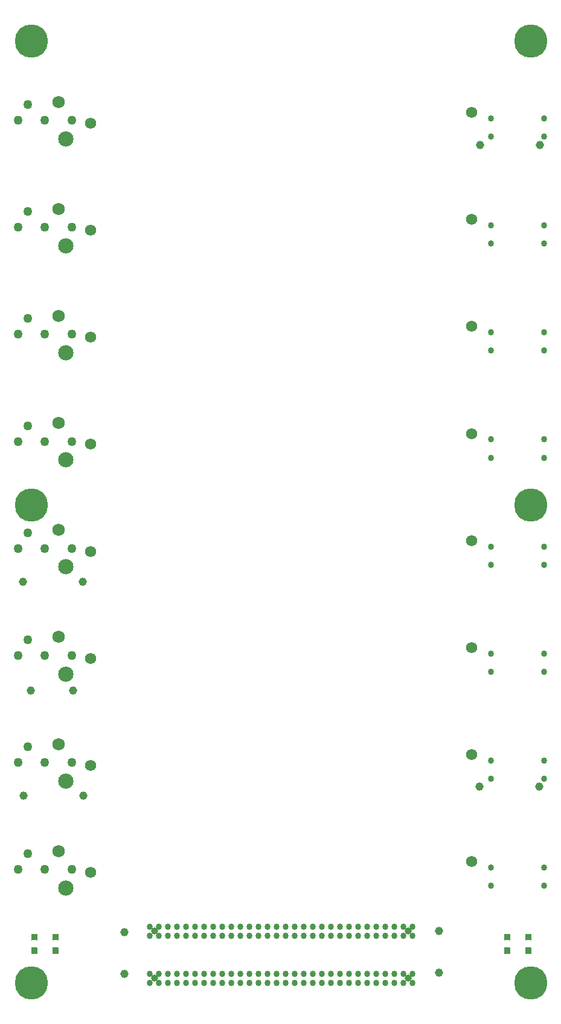
<source format=gbr>
*
%FSLAX26Y26*%
%MOIN*%
%ADD10C,0.183750*%
%ADD11R,0.029500X0.029500*%
%ADD12C,0.003000*%
%ADD13C,0.033750*%
%ADD14C,0.039500*%
%ADD15C,0.045500*%
%ADD16C,0.049500*%
%ADD17C,0.059250*%
%ADD18C,0.069000*%
%ADD19C,0.084750*%
%ADD20C,0.112562*%
%ADD21C,0.061460*%
%ADD22C,0.033701*%
%IPPOS*%
%LNgbs.gbr*%
%LPD*%
%SRX1Y1I0J0*%
G01*
G75*
G54D10*
X2913386Y5314961D03*
X157480Y2755906D03*
X2913386D03*
Y118110D03*
X157480D03*
Y5314961D03*
G54D11*
X2898622Y369547D02*
Y374547D01*
G54D12*
X2883872Y356297D02*
Y387797D01*
X2913372Y356297D02*
Y387797D01*
G54D11*
X2782480Y369547D02*
Y374547D01*
G54D12*
X2767730Y356297D02*
Y387797D01*
X2797230Y356297D02*
Y387797D01*
G54D11*
X2898622Y294744D02*
Y299744D01*
G54D12*
X2883872Y281494D02*
Y312994D01*
X2913372Y281494D02*
Y312994D01*
G54D11*
X2782480Y294744D02*
Y299744D01*
G54D12*
X2767730Y281494D02*
Y312994D01*
X2797230Y281494D02*
Y312994D01*
G54D11*
X288386Y369547D02*
Y374547D01*
G54D12*
X273636Y356297D02*
Y387797D01*
X303136Y356297D02*
Y387797D01*
G54D11*
X172244Y369547D02*
Y374547D01*
G54D12*
X157494Y356297D02*
Y387797D01*
X186994Y356297D02*
Y387797D01*
G54D11*
X288386Y294744D02*
Y299744D01*
G54D12*
X273636Y281494D02*
Y312994D01*
X303136Y281494D02*
Y312994D01*
G54D11*
X172244Y294744D02*
Y299744D01*
G54D12*
X157494Y281494D02*
Y312994D01*
X186994Y281494D02*
Y312994D01*
G54D13*
X810433Y430000D03*
Y380000D03*
Y170000D03*
Y120000D03*
X860433Y430000D03*
Y380000D03*
Y170000D03*
Y120000D03*
X910433Y430000D03*
Y380000D03*
Y170000D03*
Y120000D03*
X960433Y430000D03*
Y380000D03*
Y170000D03*
Y120000D03*
X1010433Y430000D03*
Y380000D03*
Y170000D03*
Y120000D03*
X1060433Y430000D03*
Y380000D03*
Y170000D03*
Y120000D03*
X1110433Y430000D03*
Y380000D03*
Y170000D03*
Y120000D03*
X1160433Y430000D03*
Y380000D03*
Y170000D03*
Y120000D03*
X1210433Y430000D03*
Y380000D03*
Y170000D03*
Y120000D03*
X1260433Y430000D03*
Y380000D03*
Y170000D03*
Y120000D03*
X1310433Y430000D03*
Y380000D03*
Y170000D03*
Y120000D03*
X1360433Y430000D03*
Y380000D03*
Y170000D03*
Y120000D03*
X1410433Y430000D03*
Y380000D03*
Y170000D03*
Y120000D03*
X1460433Y430000D03*
Y380000D03*
Y170000D03*
Y120000D03*
X1510433Y430000D03*
Y380000D03*
Y170000D03*
Y120000D03*
X1560433Y430000D03*
Y380000D03*
Y170000D03*
Y120000D03*
X1610433Y430000D03*
Y380000D03*
Y170000D03*
Y120000D03*
X1660433Y430000D03*
Y380000D03*
Y170000D03*
Y120000D03*
X1710433Y430000D03*
Y380000D03*
Y170000D03*
Y120000D03*
X1760433Y430000D03*
Y380000D03*
Y170000D03*
Y120000D03*
X1810433Y430000D03*
Y380000D03*
Y170000D03*
Y120000D03*
X1860433Y430000D03*
Y380000D03*
Y170000D03*
Y120000D03*
X1910433Y430000D03*
Y380000D03*
Y170000D03*
Y120000D03*
X1960433Y430000D03*
Y380000D03*
Y170000D03*
Y120000D03*
X2010433Y430000D03*
Y380000D03*
Y170000D03*
Y120000D03*
X2060433Y430000D03*
Y380000D03*
Y170000D03*
Y120000D03*
X2110433Y430000D03*
Y380000D03*
Y170000D03*
Y120000D03*
X2160433Y430000D03*
Y380000D03*
Y170000D03*
Y120000D03*
X2210433Y430000D03*
Y380000D03*
Y170000D03*
Y120000D03*
X2260433Y430000D03*
Y380000D03*
Y170000D03*
Y120000D03*
G54D14*
X835433Y405000D03*
Y145000D03*
X2235433Y405000D03*
Y145000D03*
G54D15*
X110233Y2332700D03*
X111833Y1153300D03*
X153333Y1730100D03*
X385533D03*
X440933Y2332700D03*
X442533Y1153300D03*
X668933Y399400D03*
Y167100D03*
X2407133Y406300D03*
Y174000D03*
X2629933Y1200800D03*
X2633833Y4740200D03*
X2960633Y1200800D03*
X2964533Y4740200D03*
G54D16*
X81533Y4878000D03*
Y4287400D03*
Y3696900D03*
Y3106300D03*
Y2515700D03*
Y1925200D03*
Y1334600D03*
Y744100D03*
X136633Y4964600D03*
Y4374000D03*
Y3783500D03*
Y3192900D03*
Y2602400D03*
Y2011800D03*
Y1421300D03*
Y830700D03*
X231133Y4878000D03*
Y4287400D03*
Y3696900D03*
Y3106300D03*
Y2515700D03*
Y1925200D03*
Y1334600D03*
Y744100D03*
X380733Y4878000D03*
Y4287400D03*
Y3696900D03*
Y3106300D03*
Y2515700D03*
Y1925200D03*
Y1334600D03*
Y744100D03*
G54D17*
X484233Y4862200D03*
Y4271700D03*
Y3681100D03*
Y3090600D03*
Y2500000D03*
Y1909400D03*
Y1318900D03*
Y728300D03*
X2586633Y4921300D03*
Y4330700D03*
Y3740200D03*
Y3149600D03*
Y2559100D03*
Y1968500D03*
Y1378000D03*
Y787400D03*
G54D18*
X305933Y4979900D03*
Y4389400D03*
Y3798800D03*
Y3208300D03*
Y2617700D03*
Y2027200D03*
Y1436600D03*
Y846100D03*
G54D19*
X345233Y4775900D03*
Y4185400D03*
Y3594800D03*
Y3004300D03*
Y2413800D03*
Y1823200D03*
Y1232700D03*
Y642100D03*
G54D20*
X157433Y5315000D03*
Y2755900D03*
Y118100D03*
X2913433Y5315000D03*
Y2755900D03*
Y118100D03*
G54D21*
X484233Y4862200D03*
Y4271700D03*
Y3681100D03*
Y3090600D03*
Y2500000D03*
Y1909400D03*
Y1318900D03*
Y728300D03*
X2586633Y4921300D03*
Y4330700D03*
Y3740200D03*
Y3149600D03*
Y2559100D03*
Y1968500D03*
Y1378000D03*
Y787400D03*
G54D22*
X2984921Y754606D03*
Y654055D03*
X2694213D03*
Y754606D03*
X2984921Y1345157D03*
Y1244606D03*
X2694213D03*
Y1345157D03*
X2984921Y1935709D03*
Y1835157D03*
X2694213D03*
Y1935709D03*
X2984921Y2526260D03*
Y2425709D03*
X2694213D03*
Y2526260D03*
X2984921Y3116811D03*
Y3016260D03*
X2694213D03*
Y3116811D03*
X2984921Y3707362D03*
Y3606811D03*
X2694213D03*
Y3707362D03*
X2984921Y4297913D03*
Y4197362D03*
X2694213D03*
Y4297913D03*
X2984921Y4888465D03*
Y4787913D03*
X2694213D03*
Y4888465D03*
M02*

</source>
